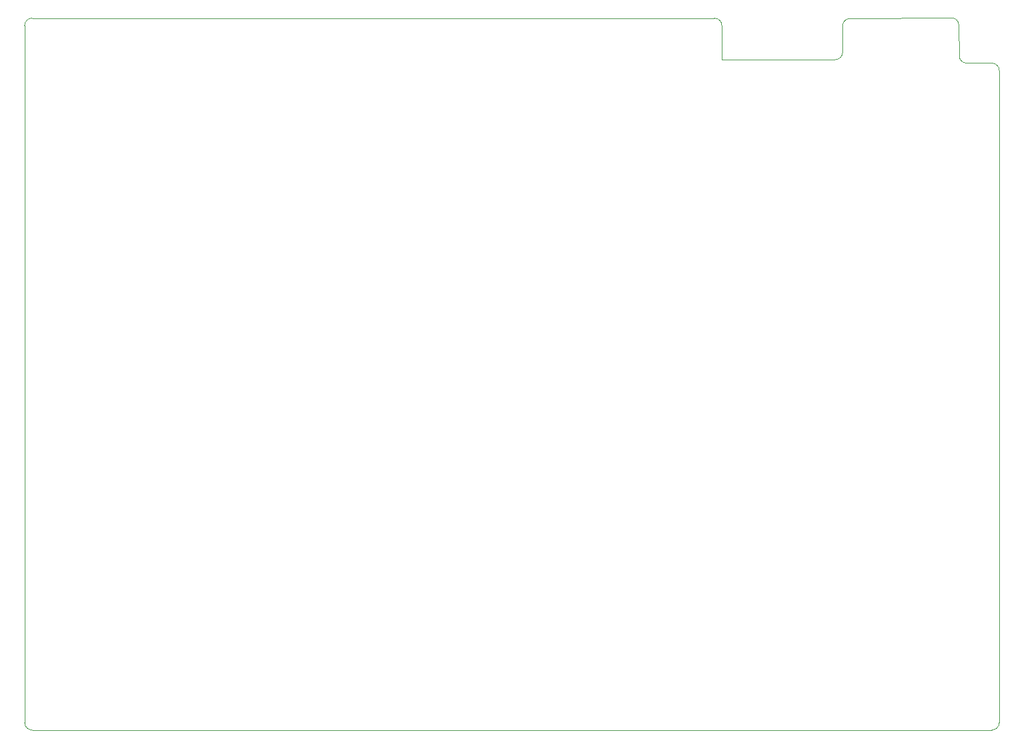
<source format=gm1>
G04 #@! TF.GenerationSoftware,KiCad,Pcbnew,9.0.2*
G04 #@! TF.CreationDate,2025-07-06T22:42:39-05:00*
G04 #@! TF.ProjectId,controller,636f6e74-726f-46c6-9c65-722e6b696361,rev?*
G04 #@! TF.SameCoordinates,Original*
G04 #@! TF.FileFunction,Profile,NP*
%FSLAX46Y46*%
G04 Gerber Fmt 4.6, Leading zero omitted, Abs format (unit mm)*
G04 Created by KiCad (PCBNEW 9.0.2) date 2025-07-06 22:42:39*
%MOMM*%
%LPD*%
G01*
G04 APERTURE LIST*
G04 #@! TA.AperFunction,Profile*
%ADD10C,0.050000*%
G04 #@! TD*
G04 APERTURE END LIST*
D10*
X195901832Y-41656440D02*
X182393549Y-41743590D01*
X195901832Y-41656440D02*
G75*
G02*
X196908247Y-42648155I6468J-999960D01*
G01*
X196941804Y-46708264D02*
X196908249Y-42648155D01*
X164300000Y-41700000D02*
X73300000Y-41700000D01*
X181400000Y-42743569D02*
X181400000Y-46250000D01*
X201300000Y-47700000D02*
X197941770Y-47700000D01*
X202300000Y-48700000D02*
X202300000Y-135700000D01*
X201300000Y-47700000D02*
G75*
G02*
X202300000Y-48700000I0J-1000000D01*
G01*
X72300000Y-42700000D02*
X72300000Y-135700000D01*
X73300000Y-136700000D02*
G75*
G02*
X72300000Y-135700000I0J1000000D01*
G01*
X202300000Y-135700000D02*
G75*
G02*
X201300000Y-136700000I-1000000J0D01*
G01*
X181400000Y-46250000D02*
G75*
G02*
X180400000Y-47250000I-1000000J0D01*
G01*
X73300000Y-136700000D02*
X201300000Y-136700000D01*
X165300000Y-42700000D02*
X165300000Y-47250000D01*
X164300000Y-41700000D02*
G75*
G02*
X165300000Y-42700000I0J-1000000D01*
G01*
X181400000Y-42743569D02*
G75*
G02*
X182393549Y-41743621I1000000J-31D01*
G01*
X72300000Y-42700000D02*
G75*
G02*
X73300000Y-41700000I1000000J0D01*
G01*
X197941770Y-47700000D02*
G75*
G02*
X196941834Y-46708264I30J1000000D01*
G01*
X180400000Y-47250000D02*
X165300000Y-47250000D01*
M02*

</source>
